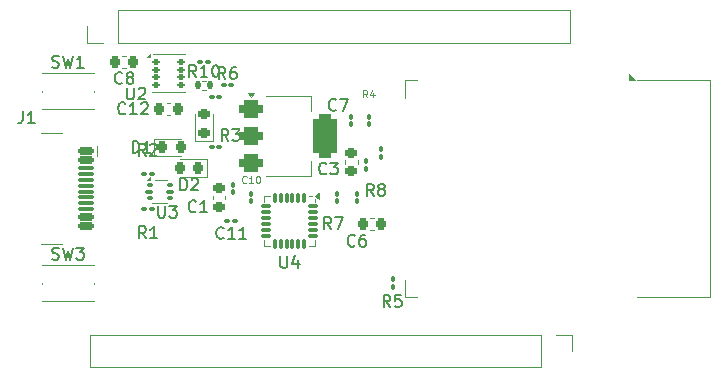
<source format=gto>
%TF.GenerationSoftware,KiCad,Pcbnew,9.0.2*%
%TF.CreationDate,2025-06-05T12:53:21-05:00*%
%TF.ProjectId,testing2,74657374-696e-4673-922e-6b696361645f,rev?*%
%TF.SameCoordinates,Original*%
%TF.FileFunction,Legend,Top*%
%TF.FilePolarity,Positive*%
%FSLAX46Y46*%
G04 Gerber Fmt 4.6, Leading zero omitted, Abs format (unit mm)*
G04 Created by KiCad (PCBNEW 9.0.2) date 2025-06-05 12:53:21*
%MOMM*%
%LPD*%
G01*
G04 APERTURE LIST*
G04 Aperture macros list*
%AMRoundRect*
0 Rectangle with rounded corners*
0 $1 Rounding radius*
0 $2 $3 $4 $5 $6 $7 $8 $9 X,Y pos of 4 corners*
0 Add a 4 corners polygon primitive as box body*
4,1,4,$2,$3,$4,$5,$6,$7,$8,$9,$2,$3,0*
0 Add four circle primitives for the rounded corners*
1,1,$1+$1,$2,$3*
1,1,$1+$1,$4,$5*
1,1,$1+$1,$6,$7*
1,1,$1+$1,$8,$9*
0 Add four rect primitives between the rounded corners*
20,1,$1+$1,$2,$3,$4,$5,0*
20,1,$1+$1,$4,$5,$6,$7,0*
20,1,$1+$1,$6,$7,$8,$9,0*
20,1,$1+$1,$8,$9,$2,$3,0*%
G04 Aperture macros list end*
%ADD10C,0.150000*%
%ADD11C,0.100000*%
%ADD12C,0.120000*%
%ADD13RoundRect,0.135000X-0.135000X-0.185000X0.135000X-0.185000X0.135000X0.185000X-0.135000X0.185000X0*%
%ADD14RoundRect,0.218750X0.256250X-0.218750X0.256250X0.218750X-0.256250X0.218750X-0.256250X-0.218750X0*%
%ADD15RoundRect,0.125000X-0.187500X-0.125000X0.187500X-0.125000X0.187500X0.125000X-0.187500X0.125000X0*%
%ADD16R,1.100000X1.900000*%
%ADD17R,1.700000X1.700000*%
%ADD18C,1.700000*%
%ADD19RoundRect,0.225000X0.225000X0.250000X-0.225000X0.250000X-0.225000X-0.250000X0.225000X-0.250000X0*%
%ADD20RoundRect,0.100000X-0.100000X0.130000X-0.100000X-0.130000X0.100000X-0.130000X0.100000X0.130000X0*%
%ADD21R,0.900000X1.000000*%
%ADD22RoundRect,0.225000X-0.250000X0.225000X-0.250000X-0.225000X0.250000X-0.225000X0.250000X0.225000X0*%
%ADD23RoundRect,0.100000X0.100000X-0.130000X0.100000X0.130000X-0.100000X0.130000X-0.100000X-0.130000X0*%
%ADD24RoundRect,0.100000X0.130000X0.100000X-0.130000X0.100000X-0.130000X-0.100000X0.130000X-0.100000X0*%
%ADD25R,0.900000X1.500000*%
%ADD26R,1.500000X0.900000*%
%ADD27C,0.600000*%
%ADD28R,3.900000X3.900000*%
%ADD29RoundRect,0.100000X-0.130000X-0.100000X0.130000X-0.100000X0.130000X0.100000X-0.130000X0.100000X0*%
%ADD30RoundRect,0.093750X-0.156250X-0.093750X0.156250X-0.093750X0.156250X0.093750X-0.156250X0.093750X0*%
%ADD31RoundRect,0.075000X-0.250000X-0.075000X0.250000X-0.075000X0.250000X0.075000X-0.250000X0.075000X0*%
%ADD32RoundRect,0.375000X-0.625000X-0.375000X0.625000X-0.375000X0.625000X0.375000X-0.625000X0.375000X0*%
%ADD33RoundRect,0.500000X-0.500000X-1.400000X0.500000X-1.400000X0.500000X1.400000X-0.500000X1.400000X0*%
%ADD34C,2.200000*%
%ADD35C,0.650000*%
%ADD36RoundRect,0.150000X-0.500000X0.150000X-0.500000X-0.150000X0.500000X-0.150000X0.500000X0.150000X0*%
%ADD37RoundRect,0.075000X-0.575000X0.075000X-0.575000X-0.075000X0.575000X-0.075000X0.575000X0.075000X0*%
%ADD38O,2.100000X1.000000*%
%ADD39O,1.600000X1.000000*%
%ADD40RoundRect,0.075000X-0.075000X0.350000X-0.075000X-0.350000X0.075000X-0.350000X0.075000X0.350000X0*%
%ADD41RoundRect,0.075000X-0.350000X-0.075000X0.350000X-0.075000X0.350000X0.075000X-0.350000X0.075000X0*%
%ADD42RoundRect,0.225000X-0.225000X-0.250000X0.225000X-0.250000X0.225000X0.250000X-0.225000X0.250000X0*%
%ADD43RoundRect,0.218750X0.218750X0.256250X-0.218750X0.256250X-0.218750X-0.256250X0.218750X-0.256250X0*%
%ADD44RoundRect,0.218750X-0.218750X-0.256250X0.218750X-0.256250X0.218750X0.256250X-0.218750X0.256250X0*%
G04 APERTURE END LIST*
D10*
X101607142Y-112784819D02*
X101273809Y-112308628D01*
X101035714Y-112784819D02*
X101035714Y-111784819D01*
X101035714Y-111784819D02*
X101416666Y-111784819D01*
X101416666Y-111784819D02*
X101511904Y-111832438D01*
X101511904Y-111832438D02*
X101559523Y-111880057D01*
X101559523Y-111880057D02*
X101607142Y-111975295D01*
X101607142Y-111975295D02*
X101607142Y-112118152D01*
X101607142Y-112118152D02*
X101559523Y-112213390D01*
X101559523Y-112213390D02*
X101511904Y-112261009D01*
X101511904Y-112261009D02*
X101416666Y-112308628D01*
X101416666Y-112308628D02*
X101035714Y-112308628D01*
X102559523Y-112784819D02*
X101988095Y-112784819D01*
X102273809Y-112784819D02*
X102273809Y-111784819D01*
X102273809Y-111784819D02*
X102178571Y-111927676D01*
X102178571Y-111927676D02*
X102083333Y-112022914D01*
X102083333Y-112022914D02*
X101988095Y-112070533D01*
X103178571Y-111784819D02*
X103273809Y-111784819D01*
X103273809Y-111784819D02*
X103369047Y-111832438D01*
X103369047Y-111832438D02*
X103416666Y-111880057D01*
X103416666Y-111880057D02*
X103464285Y-111975295D01*
X103464285Y-111975295D02*
X103511904Y-112165771D01*
X103511904Y-112165771D02*
X103511904Y-112403866D01*
X103511904Y-112403866D02*
X103464285Y-112594342D01*
X103464285Y-112594342D02*
X103416666Y-112689580D01*
X103416666Y-112689580D02*
X103369047Y-112737200D01*
X103369047Y-112737200D02*
X103273809Y-112784819D01*
X103273809Y-112784819D02*
X103178571Y-112784819D01*
X103178571Y-112784819D02*
X103083333Y-112737200D01*
X103083333Y-112737200D02*
X103035714Y-112689580D01*
X103035714Y-112689580D02*
X102988095Y-112594342D01*
X102988095Y-112594342D02*
X102940476Y-112403866D01*
X102940476Y-112403866D02*
X102940476Y-112165771D01*
X102940476Y-112165771D02*
X102988095Y-111975295D01*
X102988095Y-111975295D02*
X103035714Y-111880057D01*
X103035714Y-111880057D02*
X103083333Y-111832438D01*
X103083333Y-111832438D02*
X103178571Y-111784819D01*
X95738095Y-113704819D02*
X95738095Y-114514342D01*
X95738095Y-114514342D02*
X95785714Y-114609580D01*
X95785714Y-114609580D02*
X95833333Y-114657200D01*
X95833333Y-114657200D02*
X95928571Y-114704819D01*
X95928571Y-114704819D02*
X96119047Y-114704819D01*
X96119047Y-114704819D02*
X96214285Y-114657200D01*
X96214285Y-114657200D02*
X96261904Y-114609580D01*
X96261904Y-114609580D02*
X96309523Y-114514342D01*
X96309523Y-114514342D02*
X96309523Y-113704819D01*
X96738095Y-113800057D02*
X96785714Y-113752438D01*
X96785714Y-113752438D02*
X96880952Y-113704819D01*
X96880952Y-113704819D02*
X97119047Y-113704819D01*
X97119047Y-113704819D02*
X97214285Y-113752438D01*
X97214285Y-113752438D02*
X97261904Y-113800057D01*
X97261904Y-113800057D02*
X97309523Y-113895295D01*
X97309523Y-113895295D02*
X97309523Y-113990533D01*
X97309523Y-113990533D02*
X97261904Y-114133390D01*
X97261904Y-114133390D02*
X96690476Y-114704819D01*
X96690476Y-114704819D02*
X97309523Y-114704819D01*
X95607142Y-115859580D02*
X95559523Y-115907200D01*
X95559523Y-115907200D02*
X95416666Y-115954819D01*
X95416666Y-115954819D02*
X95321428Y-115954819D01*
X95321428Y-115954819D02*
X95178571Y-115907200D01*
X95178571Y-115907200D02*
X95083333Y-115811961D01*
X95083333Y-115811961D02*
X95035714Y-115716723D01*
X95035714Y-115716723D02*
X94988095Y-115526247D01*
X94988095Y-115526247D02*
X94988095Y-115383390D01*
X94988095Y-115383390D02*
X95035714Y-115192914D01*
X95035714Y-115192914D02*
X95083333Y-115097676D01*
X95083333Y-115097676D02*
X95178571Y-115002438D01*
X95178571Y-115002438D02*
X95321428Y-114954819D01*
X95321428Y-114954819D02*
X95416666Y-114954819D01*
X95416666Y-114954819D02*
X95559523Y-115002438D01*
X95559523Y-115002438D02*
X95607142Y-115050057D01*
X96559523Y-115954819D02*
X95988095Y-115954819D01*
X96273809Y-115954819D02*
X96273809Y-114954819D01*
X96273809Y-114954819D02*
X96178571Y-115097676D01*
X96178571Y-115097676D02*
X96083333Y-115192914D01*
X96083333Y-115192914D02*
X95988095Y-115240533D01*
X96940476Y-115050057D02*
X96988095Y-115002438D01*
X96988095Y-115002438D02*
X97083333Y-114954819D01*
X97083333Y-114954819D02*
X97321428Y-114954819D01*
X97321428Y-114954819D02*
X97416666Y-115002438D01*
X97416666Y-115002438D02*
X97464285Y-115050057D01*
X97464285Y-115050057D02*
X97511904Y-115145295D01*
X97511904Y-115145295D02*
X97511904Y-115240533D01*
X97511904Y-115240533D02*
X97464285Y-115383390D01*
X97464285Y-115383390D02*
X96892857Y-115954819D01*
X96892857Y-115954819D02*
X97511904Y-115954819D01*
X89416667Y-111957200D02*
X89559524Y-112004819D01*
X89559524Y-112004819D02*
X89797619Y-112004819D01*
X89797619Y-112004819D02*
X89892857Y-111957200D01*
X89892857Y-111957200D02*
X89940476Y-111909580D01*
X89940476Y-111909580D02*
X89988095Y-111814342D01*
X89988095Y-111814342D02*
X89988095Y-111719104D01*
X89988095Y-111719104D02*
X89940476Y-111623866D01*
X89940476Y-111623866D02*
X89892857Y-111576247D01*
X89892857Y-111576247D02*
X89797619Y-111528628D01*
X89797619Y-111528628D02*
X89607143Y-111481009D01*
X89607143Y-111481009D02*
X89511905Y-111433390D01*
X89511905Y-111433390D02*
X89464286Y-111385771D01*
X89464286Y-111385771D02*
X89416667Y-111290533D01*
X89416667Y-111290533D02*
X89416667Y-111195295D01*
X89416667Y-111195295D02*
X89464286Y-111100057D01*
X89464286Y-111100057D02*
X89511905Y-111052438D01*
X89511905Y-111052438D02*
X89607143Y-111004819D01*
X89607143Y-111004819D02*
X89845238Y-111004819D01*
X89845238Y-111004819D02*
X89988095Y-111052438D01*
X90321429Y-111004819D02*
X90559524Y-112004819D01*
X90559524Y-112004819D02*
X90750000Y-111290533D01*
X90750000Y-111290533D02*
X90940476Y-112004819D01*
X90940476Y-112004819D02*
X91178572Y-111004819D01*
X92083333Y-112004819D02*
X91511905Y-112004819D01*
X91797619Y-112004819D02*
X91797619Y-111004819D01*
X91797619Y-111004819D02*
X91702381Y-111147676D01*
X91702381Y-111147676D02*
X91607143Y-111242914D01*
X91607143Y-111242914D02*
X91511905Y-111290533D01*
X101583333Y-124159580D02*
X101535714Y-124207200D01*
X101535714Y-124207200D02*
X101392857Y-124254819D01*
X101392857Y-124254819D02*
X101297619Y-124254819D01*
X101297619Y-124254819D02*
X101154762Y-124207200D01*
X101154762Y-124207200D02*
X101059524Y-124111961D01*
X101059524Y-124111961D02*
X101011905Y-124016723D01*
X101011905Y-124016723D02*
X100964286Y-123826247D01*
X100964286Y-123826247D02*
X100964286Y-123683390D01*
X100964286Y-123683390D02*
X101011905Y-123492914D01*
X101011905Y-123492914D02*
X101059524Y-123397676D01*
X101059524Y-123397676D02*
X101154762Y-123302438D01*
X101154762Y-123302438D02*
X101297619Y-123254819D01*
X101297619Y-123254819D02*
X101392857Y-123254819D01*
X101392857Y-123254819D02*
X101535714Y-123302438D01*
X101535714Y-123302438D02*
X101583333Y-123350057D01*
X102535714Y-124254819D02*
X101964286Y-124254819D01*
X102250000Y-124254819D02*
X102250000Y-123254819D01*
X102250000Y-123254819D02*
X102154762Y-123397676D01*
X102154762Y-123397676D02*
X102059524Y-123492914D01*
X102059524Y-123492914D02*
X101964286Y-123540533D01*
X95333333Y-113289580D02*
X95285714Y-113337200D01*
X95285714Y-113337200D02*
X95142857Y-113384819D01*
X95142857Y-113384819D02*
X95047619Y-113384819D01*
X95047619Y-113384819D02*
X94904762Y-113337200D01*
X94904762Y-113337200D02*
X94809524Y-113241961D01*
X94809524Y-113241961D02*
X94761905Y-113146723D01*
X94761905Y-113146723D02*
X94714286Y-112956247D01*
X94714286Y-112956247D02*
X94714286Y-112813390D01*
X94714286Y-112813390D02*
X94761905Y-112622914D01*
X94761905Y-112622914D02*
X94809524Y-112527676D01*
X94809524Y-112527676D02*
X94904762Y-112432438D01*
X94904762Y-112432438D02*
X95047619Y-112384819D01*
X95047619Y-112384819D02*
X95142857Y-112384819D01*
X95142857Y-112384819D02*
X95285714Y-112432438D01*
X95285714Y-112432438D02*
X95333333Y-112480057D01*
X95904762Y-112813390D02*
X95809524Y-112765771D01*
X95809524Y-112765771D02*
X95761905Y-112718152D01*
X95761905Y-112718152D02*
X95714286Y-112622914D01*
X95714286Y-112622914D02*
X95714286Y-112575295D01*
X95714286Y-112575295D02*
X95761905Y-112480057D01*
X95761905Y-112480057D02*
X95809524Y-112432438D01*
X95809524Y-112432438D02*
X95904762Y-112384819D01*
X95904762Y-112384819D02*
X96095238Y-112384819D01*
X96095238Y-112384819D02*
X96190476Y-112432438D01*
X96190476Y-112432438D02*
X96238095Y-112480057D01*
X96238095Y-112480057D02*
X96285714Y-112575295D01*
X96285714Y-112575295D02*
X96285714Y-112622914D01*
X96285714Y-112622914D02*
X96238095Y-112718152D01*
X96238095Y-112718152D02*
X96190476Y-112765771D01*
X96190476Y-112765771D02*
X96095238Y-112813390D01*
X96095238Y-112813390D02*
X95904762Y-112813390D01*
X95904762Y-112813390D02*
X95809524Y-112861009D01*
X95809524Y-112861009D02*
X95761905Y-112908628D01*
X95761905Y-112908628D02*
X95714286Y-113003866D01*
X95714286Y-113003866D02*
X95714286Y-113194342D01*
X95714286Y-113194342D02*
X95761905Y-113289580D01*
X95761905Y-113289580D02*
X95809524Y-113337200D01*
X95809524Y-113337200D02*
X95904762Y-113384819D01*
X95904762Y-113384819D02*
X96095238Y-113384819D01*
X96095238Y-113384819D02*
X96190476Y-113337200D01*
X96190476Y-113337200D02*
X96238095Y-113289580D01*
X96238095Y-113289580D02*
X96285714Y-113194342D01*
X96285714Y-113194342D02*
X96285714Y-113003866D01*
X96285714Y-113003866D02*
X96238095Y-112908628D01*
X96238095Y-112908628D02*
X96190476Y-112861009D01*
X96190476Y-112861009D02*
X96095238Y-112813390D01*
D11*
X116100000Y-114522371D02*
X115900000Y-114236657D01*
X115757143Y-114522371D02*
X115757143Y-113922371D01*
X115757143Y-113922371D02*
X115985714Y-113922371D01*
X115985714Y-113922371D02*
X116042857Y-113950942D01*
X116042857Y-113950942D02*
X116071428Y-113979514D01*
X116071428Y-113979514D02*
X116100000Y-114036657D01*
X116100000Y-114036657D02*
X116100000Y-114122371D01*
X116100000Y-114122371D02*
X116071428Y-114179514D01*
X116071428Y-114179514D02*
X116042857Y-114208085D01*
X116042857Y-114208085D02*
X115985714Y-114236657D01*
X115985714Y-114236657D02*
X115757143Y-114236657D01*
X116614286Y-114122371D02*
X116614286Y-114522371D01*
X116471428Y-113893800D02*
X116328571Y-114322371D01*
X116328571Y-114322371D02*
X116700000Y-114322371D01*
D10*
X104333333Y-118204819D02*
X104000000Y-117728628D01*
X103761905Y-118204819D02*
X103761905Y-117204819D01*
X103761905Y-117204819D02*
X104142857Y-117204819D01*
X104142857Y-117204819D02*
X104238095Y-117252438D01*
X104238095Y-117252438D02*
X104285714Y-117300057D01*
X104285714Y-117300057D02*
X104333333Y-117395295D01*
X104333333Y-117395295D02*
X104333333Y-117538152D01*
X104333333Y-117538152D02*
X104285714Y-117633390D01*
X104285714Y-117633390D02*
X104238095Y-117681009D01*
X104238095Y-117681009D02*
X104142857Y-117728628D01*
X104142857Y-117728628D02*
X103761905Y-117728628D01*
X104666667Y-117204819D02*
X105285714Y-117204819D01*
X105285714Y-117204819D02*
X104952381Y-117585771D01*
X104952381Y-117585771D02*
X105095238Y-117585771D01*
X105095238Y-117585771D02*
X105190476Y-117633390D01*
X105190476Y-117633390D02*
X105238095Y-117681009D01*
X105238095Y-117681009D02*
X105285714Y-117776247D01*
X105285714Y-117776247D02*
X105285714Y-118014342D01*
X105285714Y-118014342D02*
X105238095Y-118109580D01*
X105238095Y-118109580D02*
X105190476Y-118157200D01*
X105190476Y-118157200D02*
X105095238Y-118204819D01*
X105095238Y-118204819D02*
X104809524Y-118204819D01*
X104809524Y-118204819D02*
X104714286Y-118157200D01*
X104714286Y-118157200D02*
X104666667Y-118109580D01*
D11*
X105864285Y-121715228D02*
X105835713Y-121743800D01*
X105835713Y-121743800D02*
X105749999Y-121772371D01*
X105749999Y-121772371D02*
X105692856Y-121772371D01*
X105692856Y-121772371D02*
X105607142Y-121743800D01*
X105607142Y-121743800D02*
X105549999Y-121686657D01*
X105549999Y-121686657D02*
X105521428Y-121629514D01*
X105521428Y-121629514D02*
X105492856Y-121515228D01*
X105492856Y-121515228D02*
X105492856Y-121429514D01*
X105492856Y-121429514D02*
X105521428Y-121315228D01*
X105521428Y-121315228D02*
X105549999Y-121258085D01*
X105549999Y-121258085D02*
X105607142Y-121200942D01*
X105607142Y-121200942D02*
X105692856Y-121172371D01*
X105692856Y-121172371D02*
X105749999Y-121172371D01*
X105749999Y-121172371D02*
X105835713Y-121200942D01*
X105835713Y-121200942D02*
X105864285Y-121229514D01*
X106435713Y-121772371D02*
X106092856Y-121772371D01*
X106264285Y-121772371D02*
X106264285Y-121172371D01*
X106264285Y-121172371D02*
X106207142Y-121258085D01*
X106207142Y-121258085D02*
X106149999Y-121315228D01*
X106149999Y-121315228D02*
X106092856Y-121343800D01*
X106807142Y-121172371D02*
X106864285Y-121172371D01*
X106864285Y-121172371D02*
X106921428Y-121200942D01*
X106921428Y-121200942D02*
X106950000Y-121229514D01*
X106950000Y-121229514D02*
X106978571Y-121286657D01*
X106978571Y-121286657D02*
X107007142Y-121400942D01*
X107007142Y-121400942D02*
X107007142Y-121543800D01*
X107007142Y-121543800D02*
X106978571Y-121658085D01*
X106978571Y-121658085D02*
X106950000Y-121715228D01*
X106950000Y-121715228D02*
X106921428Y-121743800D01*
X106921428Y-121743800D02*
X106864285Y-121772371D01*
X106864285Y-121772371D02*
X106807142Y-121772371D01*
X106807142Y-121772371D02*
X106750000Y-121743800D01*
X106750000Y-121743800D02*
X106721428Y-121715228D01*
X106721428Y-121715228D02*
X106692857Y-121658085D01*
X106692857Y-121658085D02*
X106664285Y-121543800D01*
X106664285Y-121543800D02*
X106664285Y-121400942D01*
X106664285Y-121400942D02*
X106692857Y-121286657D01*
X106692857Y-121286657D02*
X106721428Y-121229514D01*
X106721428Y-121229514D02*
X106750000Y-121200942D01*
X106750000Y-121200942D02*
X106807142Y-121172371D01*
D10*
X113033333Y-125654819D02*
X112700000Y-125178628D01*
X112461905Y-125654819D02*
X112461905Y-124654819D01*
X112461905Y-124654819D02*
X112842857Y-124654819D01*
X112842857Y-124654819D02*
X112938095Y-124702438D01*
X112938095Y-124702438D02*
X112985714Y-124750057D01*
X112985714Y-124750057D02*
X113033333Y-124845295D01*
X113033333Y-124845295D02*
X113033333Y-124988152D01*
X113033333Y-124988152D02*
X112985714Y-125083390D01*
X112985714Y-125083390D02*
X112938095Y-125131009D01*
X112938095Y-125131009D02*
X112842857Y-125178628D01*
X112842857Y-125178628D02*
X112461905Y-125178628D01*
X113366667Y-124654819D02*
X114033333Y-124654819D01*
X114033333Y-124654819D02*
X113604762Y-125654819D01*
X104083333Y-112954819D02*
X103750000Y-112478628D01*
X103511905Y-112954819D02*
X103511905Y-111954819D01*
X103511905Y-111954819D02*
X103892857Y-111954819D01*
X103892857Y-111954819D02*
X103988095Y-112002438D01*
X103988095Y-112002438D02*
X104035714Y-112050057D01*
X104035714Y-112050057D02*
X104083333Y-112145295D01*
X104083333Y-112145295D02*
X104083333Y-112288152D01*
X104083333Y-112288152D02*
X104035714Y-112383390D01*
X104035714Y-112383390D02*
X103988095Y-112431009D01*
X103988095Y-112431009D02*
X103892857Y-112478628D01*
X103892857Y-112478628D02*
X103511905Y-112478628D01*
X104940476Y-111954819D02*
X104750000Y-111954819D01*
X104750000Y-111954819D02*
X104654762Y-112002438D01*
X104654762Y-112002438D02*
X104607143Y-112050057D01*
X104607143Y-112050057D02*
X104511905Y-112192914D01*
X104511905Y-112192914D02*
X104464286Y-112383390D01*
X104464286Y-112383390D02*
X104464286Y-112764342D01*
X104464286Y-112764342D02*
X104511905Y-112859580D01*
X104511905Y-112859580D02*
X104559524Y-112907200D01*
X104559524Y-112907200D02*
X104654762Y-112954819D01*
X104654762Y-112954819D02*
X104845238Y-112954819D01*
X104845238Y-112954819D02*
X104940476Y-112907200D01*
X104940476Y-112907200D02*
X104988095Y-112859580D01*
X104988095Y-112859580D02*
X105035714Y-112764342D01*
X105035714Y-112764342D02*
X105035714Y-112526247D01*
X105035714Y-112526247D02*
X104988095Y-112431009D01*
X104988095Y-112431009D02*
X104940476Y-112383390D01*
X104940476Y-112383390D02*
X104845238Y-112335771D01*
X104845238Y-112335771D02*
X104654762Y-112335771D01*
X104654762Y-112335771D02*
X104559524Y-112383390D01*
X104559524Y-112383390D02*
X104511905Y-112431009D01*
X104511905Y-112431009D02*
X104464286Y-112526247D01*
X97333333Y-126454819D02*
X97000000Y-125978628D01*
X96761905Y-126454819D02*
X96761905Y-125454819D01*
X96761905Y-125454819D02*
X97142857Y-125454819D01*
X97142857Y-125454819D02*
X97238095Y-125502438D01*
X97238095Y-125502438D02*
X97285714Y-125550057D01*
X97285714Y-125550057D02*
X97333333Y-125645295D01*
X97333333Y-125645295D02*
X97333333Y-125788152D01*
X97333333Y-125788152D02*
X97285714Y-125883390D01*
X97285714Y-125883390D02*
X97238095Y-125931009D01*
X97238095Y-125931009D02*
X97142857Y-125978628D01*
X97142857Y-125978628D02*
X96761905Y-125978628D01*
X98285714Y-126454819D02*
X97714286Y-126454819D01*
X98000000Y-126454819D02*
X98000000Y-125454819D01*
X98000000Y-125454819D02*
X97904762Y-125597676D01*
X97904762Y-125597676D02*
X97809524Y-125692914D01*
X97809524Y-125692914D02*
X97714286Y-125740533D01*
X98388095Y-123704819D02*
X98388095Y-124514342D01*
X98388095Y-124514342D02*
X98435714Y-124609580D01*
X98435714Y-124609580D02*
X98483333Y-124657200D01*
X98483333Y-124657200D02*
X98578571Y-124704819D01*
X98578571Y-124704819D02*
X98769047Y-124704819D01*
X98769047Y-124704819D02*
X98864285Y-124657200D01*
X98864285Y-124657200D02*
X98911904Y-124609580D01*
X98911904Y-124609580D02*
X98959523Y-124514342D01*
X98959523Y-124514342D02*
X98959523Y-123704819D01*
X99340476Y-123704819D02*
X99959523Y-123704819D01*
X99959523Y-123704819D02*
X99626190Y-124085771D01*
X99626190Y-124085771D02*
X99769047Y-124085771D01*
X99769047Y-124085771D02*
X99864285Y-124133390D01*
X99864285Y-124133390D02*
X99911904Y-124181009D01*
X99911904Y-124181009D02*
X99959523Y-124276247D01*
X99959523Y-124276247D02*
X99959523Y-124514342D01*
X99959523Y-124514342D02*
X99911904Y-124609580D01*
X99911904Y-124609580D02*
X99864285Y-124657200D01*
X99864285Y-124657200D02*
X99769047Y-124704819D01*
X99769047Y-124704819D02*
X99483333Y-124704819D01*
X99483333Y-124704819D02*
X99388095Y-124657200D01*
X99388095Y-124657200D02*
X99340476Y-124609580D01*
X97333333Y-119454819D02*
X97000000Y-118978628D01*
X96761905Y-119454819D02*
X96761905Y-118454819D01*
X96761905Y-118454819D02*
X97142857Y-118454819D01*
X97142857Y-118454819D02*
X97238095Y-118502438D01*
X97238095Y-118502438D02*
X97285714Y-118550057D01*
X97285714Y-118550057D02*
X97333333Y-118645295D01*
X97333333Y-118645295D02*
X97333333Y-118788152D01*
X97333333Y-118788152D02*
X97285714Y-118883390D01*
X97285714Y-118883390D02*
X97238095Y-118931009D01*
X97238095Y-118931009D02*
X97142857Y-118978628D01*
X97142857Y-118978628D02*
X96761905Y-118978628D01*
X97714286Y-118550057D02*
X97761905Y-118502438D01*
X97761905Y-118502438D02*
X97857143Y-118454819D01*
X97857143Y-118454819D02*
X98095238Y-118454819D01*
X98095238Y-118454819D02*
X98190476Y-118502438D01*
X98190476Y-118502438D02*
X98238095Y-118550057D01*
X98238095Y-118550057D02*
X98285714Y-118645295D01*
X98285714Y-118645295D02*
X98285714Y-118740533D01*
X98285714Y-118740533D02*
X98238095Y-118883390D01*
X98238095Y-118883390D02*
X97666667Y-119454819D01*
X97666667Y-119454819D02*
X98285714Y-119454819D01*
X86916666Y-115704819D02*
X86916666Y-116419104D01*
X86916666Y-116419104D02*
X86869047Y-116561961D01*
X86869047Y-116561961D02*
X86773809Y-116657200D01*
X86773809Y-116657200D02*
X86630952Y-116704819D01*
X86630952Y-116704819D02*
X86535714Y-116704819D01*
X87916666Y-116704819D02*
X87345238Y-116704819D01*
X87630952Y-116704819D02*
X87630952Y-115704819D01*
X87630952Y-115704819D02*
X87535714Y-115847676D01*
X87535714Y-115847676D02*
X87440476Y-115942914D01*
X87440476Y-115942914D02*
X87345238Y-115990533D01*
X108738095Y-127954819D02*
X108738095Y-128764342D01*
X108738095Y-128764342D02*
X108785714Y-128859580D01*
X108785714Y-128859580D02*
X108833333Y-128907200D01*
X108833333Y-128907200D02*
X108928571Y-128954819D01*
X108928571Y-128954819D02*
X109119047Y-128954819D01*
X109119047Y-128954819D02*
X109214285Y-128907200D01*
X109214285Y-128907200D02*
X109261904Y-128859580D01*
X109261904Y-128859580D02*
X109309523Y-128764342D01*
X109309523Y-128764342D02*
X109309523Y-127954819D01*
X110214285Y-128288152D02*
X110214285Y-128954819D01*
X109976190Y-127907200D02*
X109738095Y-128621485D01*
X109738095Y-128621485D02*
X110357142Y-128621485D01*
X89416667Y-128207200D02*
X89559524Y-128254819D01*
X89559524Y-128254819D02*
X89797619Y-128254819D01*
X89797619Y-128254819D02*
X89892857Y-128207200D01*
X89892857Y-128207200D02*
X89940476Y-128159580D01*
X89940476Y-128159580D02*
X89988095Y-128064342D01*
X89988095Y-128064342D02*
X89988095Y-127969104D01*
X89988095Y-127969104D02*
X89940476Y-127873866D01*
X89940476Y-127873866D02*
X89892857Y-127826247D01*
X89892857Y-127826247D02*
X89797619Y-127778628D01*
X89797619Y-127778628D02*
X89607143Y-127731009D01*
X89607143Y-127731009D02*
X89511905Y-127683390D01*
X89511905Y-127683390D02*
X89464286Y-127635771D01*
X89464286Y-127635771D02*
X89416667Y-127540533D01*
X89416667Y-127540533D02*
X89416667Y-127445295D01*
X89416667Y-127445295D02*
X89464286Y-127350057D01*
X89464286Y-127350057D02*
X89511905Y-127302438D01*
X89511905Y-127302438D02*
X89607143Y-127254819D01*
X89607143Y-127254819D02*
X89845238Y-127254819D01*
X89845238Y-127254819D02*
X89988095Y-127302438D01*
X90321429Y-127254819D02*
X90559524Y-128254819D01*
X90559524Y-128254819D02*
X90750000Y-127540533D01*
X90750000Y-127540533D02*
X90940476Y-128254819D01*
X90940476Y-128254819D02*
X91178572Y-127254819D01*
X91464286Y-127254819D02*
X92083333Y-127254819D01*
X92083333Y-127254819D02*
X91750000Y-127635771D01*
X91750000Y-127635771D02*
X91892857Y-127635771D01*
X91892857Y-127635771D02*
X91988095Y-127683390D01*
X91988095Y-127683390D02*
X92035714Y-127731009D01*
X92035714Y-127731009D02*
X92083333Y-127826247D01*
X92083333Y-127826247D02*
X92083333Y-128064342D01*
X92083333Y-128064342D02*
X92035714Y-128159580D01*
X92035714Y-128159580D02*
X91988095Y-128207200D01*
X91988095Y-128207200D02*
X91892857Y-128254819D01*
X91892857Y-128254819D02*
X91607143Y-128254819D01*
X91607143Y-128254819D02*
X91511905Y-128207200D01*
X91511905Y-128207200D02*
X91464286Y-128159580D01*
X112633333Y-120959580D02*
X112585714Y-121007200D01*
X112585714Y-121007200D02*
X112442857Y-121054819D01*
X112442857Y-121054819D02*
X112347619Y-121054819D01*
X112347619Y-121054819D02*
X112204762Y-121007200D01*
X112204762Y-121007200D02*
X112109524Y-120911961D01*
X112109524Y-120911961D02*
X112061905Y-120816723D01*
X112061905Y-120816723D02*
X112014286Y-120626247D01*
X112014286Y-120626247D02*
X112014286Y-120483390D01*
X112014286Y-120483390D02*
X112061905Y-120292914D01*
X112061905Y-120292914D02*
X112109524Y-120197676D01*
X112109524Y-120197676D02*
X112204762Y-120102438D01*
X112204762Y-120102438D02*
X112347619Y-120054819D01*
X112347619Y-120054819D02*
X112442857Y-120054819D01*
X112442857Y-120054819D02*
X112585714Y-120102438D01*
X112585714Y-120102438D02*
X112633333Y-120150057D01*
X112966667Y-120054819D02*
X113585714Y-120054819D01*
X113585714Y-120054819D02*
X113252381Y-120435771D01*
X113252381Y-120435771D02*
X113395238Y-120435771D01*
X113395238Y-120435771D02*
X113490476Y-120483390D01*
X113490476Y-120483390D02*
X113538095Y-120531009D01*
X113538095Y-120531009D02*
X113585714Y-120626247D01*
X113585714Y-120626247D02*
X113585714Y-120864342D01*
X113585714Y-120864342D02*
X113538095Y-120959580D01*
X113538095Y-120959580D02*
X113490476Y-121007200D01*
X113490476Y-121007200D02*
X113395238Y-121054819D01*
X113395238Y-121054819D02*
X113109524Y-121054819D01*
X113109524Y-121054819D02*
X113014286Y-121007200D01*
X113014286Y-121007200D02*
X112966667Y-120959580D01*
X115033333Y-127059580D02*
X114985714Y-127107200D01*
X114985714Y-127107200D02*
X114842857Y-127154819D01*
X114842857Y-127154819D02*
X114747619Y-127154819D01*
X114747619Y-127154819D02*
X114604762Y-127107200D01*
X114604762Y-127107200D02*
X114509524Y-127011961D01*
X114509524Y-127011961D02*
X114461905Y-126916723D01*
X114461905Y-126916723D02*
X114414286Y-126726247D01*
X114414286Y-126726247D02*
X114414286Y-126583390D01*
X114414286Y-126583390D02*
X114461905Y-126392914D01*
X114461905Y-126392914D02*
X114509524Y-126297676D01*
X114509524Y-126297676D02*
X114604762Y-126202438D01*
X114604762Y-126202438D02*
X114747619Y-126154819D01*
X114747619Y-126154819D02*
X114842857Y-126154819D01*
X114842857Y-126154819D02*
X114985714Y-126202438D01*
X114985714Y-126202438D02*
X115033333Y-126250057D01*
X115890476Y-126154819D02*
X115700000Y-126154819D01*
X115700000Y-126154819D02*
X115604762Y-126202438D01*
X115604762Y-126202438D02*
X115557143Y-126250057D01*
X115557143Y-126250057D02*
X115461905Y-126392914D01*
X115461905Y-126392914D02*
X115414286Y-126583390D01*
X115414286Y-126583390D02*
X115414286Y-126964342D01*
X115414286Y-126964342D02*
X115461905Y-127059580D01*
X115461905Y-127059580D02*
X115509524Y-127107200D01*
X115509524Y-127107200D02*
X115604762Y-127154819D01*
X115604762Y-127154819D02*
X115795238Y-127154819D01*
X115795238Y-127154819D02*
X115890476Y-127107200D01*
X115890476Y-127107200D02*
X115938095Y-127059580D01*
X115938095Y-127059580D02*
X115985714Y-126964342D01*
X115985714Y-126964342D02*
X115985714Y-126726247D01*
X115985714Y-126726247D02*
X115938095Y-126631009D01*
X115938095Y-126631009D02*
X115890476Y-126583390D01*
X115890476Y-126583390D02*
X115795238Y-126535771D01*
X115795238Y-126535771D02*
X115604762Y-126535771D01*
X115604762Y-126535771D02*
X115509524Y-126583390D01*
X115509524Y-126583390D02*
X115461905Y-126631009D01*
X115461905Y-126631009D02*
X115414286Y-126726247D01*
X118033333Y-132254819D02*
X117700000Y-131778628D01*
X117461905Y-132254819D02*
X117461905Y-131254819D01*
X117461905Y-131254819D02*
X117842857Y-131254819D01*
X117842857Y-131254819D02*
X117938095Y-131302438D01*
X117938095Y-131302438D02*
X117985714Y-131350057D01*
X117985714Y-131350057D02*
X118033333Y-131445295D01*
X118033333Y-131445295D02*
X118033333Y-131588152D01*
X118033333Y-131588152D02*
X117985714Y-131683390D01*
X117985714Y-131683390D02*
X117938095Y-131731009D01*
X117938095Y-131731009D02*
X117842857Y-131778628D01*
X117842857Y-131778628D02*
X117461905Y-131778628D01*
X118938095Y-131254819D02*
X118461905Y-131254819D01*
X118461905Y-131254819D02*
X118414286Y-131731009D01*
X118414286Y-131731009D02*
X118461905Y-131683390D01*
X118461905Y-131683390D02*
X118557143Y-131635771D01*
X118557143Y-131635771D02*
X118795238Y-131635771D01*
X118795238Y-131635771D02*
X118890476Y-131683390D01*
X118890476Y-131683390D02*
X118938095Y-131731009D01*
X118938095Y-131731009D02*
X118985714Y-131826247D01*
X118985714Y-131826247D02*
X118985714Y-132064342D01*
X118985714Y-132064342D02*
X118938095Y-132159580D01*
X118938095Y-132159580D02*
X118890476Y-132207200D01*
X118890476Y-132207200D02*
X118795238Y-132254819D01*
X118795238Y-132254819D02*
X118557143Y-132254819D01*
X118557143Y-132254819D02*
X118461905Y-132207200D01*
X118461905Y-132207200D02*
X118414286Y-132159580D01*
X100261905Y-122384819D02*
X100261905Y-121384819D01*
X100261905Y-121384819D02*
X100500000Y-121384819D01*
X100500000Y-121384819D02*
X100642857Y-121432438D01*
X100642857Y-121432438D02*
X100738095Y-121527676D01*
X100738095Y-121527676D02*
X100785714Y-121622914D01*
X100785714Y-121622914D02*
X100833333Y-121813390D01*
X100833333Y-121813390D02*
X100833333Y-121956247D01*
X100833333Y-121956247D02*
X100785714Y-122146723D01*
X100785714Y-122146723D02*
X100738095Y-122241961D01*
X100738095Y-122241961D02*
X100642857Y-122337200D01*
X100642857Y-122337200D02*
X100500000Y-122384819D01*
X100500000Y-122384819D02*
X100261905Y-122384819D01*
X101214286Y-121480057D02*
X101261905Y-121432438D01*
X101261905Y-121432438D02*
X101357143Y-121384819D01*
X101357143Y-121384819D02*
X101595238Y-121384819D01*
X101595238Y-121384819D02*
X101690476Y-121432438D01*
X101690476Y-121432438D02*
X101738095Y-121480057D01*
X101738095Y-121480057D02*
X101785714Y-121575295D01*
X101785714Y-121575295D02*
X101785714Y-121670533D01*
X101785714Y-121670533D02*
X101738095Y-121813390D01*
X101738095Y-121813390D02*
X101166667Y-122384819D01*
X101166667Y-122384819D02*
X101785714Y-122384819D01*
X103927142Y-126409580D02*
X103879523Y-126457200D01*
X103879523Y-126457200D02*
X103736666Y-126504819D01*
X103736666Y-126504819D02*
X103641428Y-126504819D01*
X103641428Y-126504819D02*
X103498571Y-126457200D01*
X103498571Y-126457200D02*
X103403333Y-126361961D01*
X103403333Y-126361961D02*
X103355714Y-126266723D01*
X103355714Y-126266723D02*
X103308095Y-126076247D01*
X103308095Y-126076247D02*
X103308095Y-125933390D01*
X103308095Y-125933390D02*
X103355714Y-125742914D01*
X103355714Y-125742914D02*
X103403333Y-125647676D01*
X103403333Y-125647676D02*
X103498571Y-125552438D01*
X103498571Y-125552438D02*
X103641428Y-125504819D01*
X103641428Y-125504819D02*
X103736666Y-125504819D01*
X103736666Y-125504819D02*
X103879523Y-125552438D01*
X103879523Y-125552438D02*
X103927142Y-125600057D01*
X104879523Y-126504819D02*
X104308095Y-126504819D01*
X104593809Y-126504819D02*
X104593809Y-125504819D01*
X104593809Y-125504819D02*
X104498571Y-125647676D01*
X104498571Y-125647676D02*
X104403333Y-125742914D01*
X104403333Y-125742914D02*
X104308095Y-125790533D01*
X105831904Y-126504819D02*
X105260476Y-126504819D01*
X105546190Y-126504819D02*
X105546190Y-125504819D01*
X105546190Y-125504819D02*
X105450952Y-125647676D01*
X105450952Y-125647676D02*
X105355714Y-125742914D01*
X105355714Y-125742914D02*
X105260476Y-125790533D01*
X96224405Y-119204819D02*
X96224405Y-118204819D01*
X96224405Y-118204819D02*
X96462500Y-118204819D01*
X96462500Y-118204819D02*
X96605357Y-118252438D01*
X96605357Y-118252438D02*
X96700595Y-118347676D01*
X96700595Y-118347676D02*
X96748214Y-118442914D01*
X96748214Y-118442914D02*
X96795833Y-118633390D01*
X96795833Y-118633390D02*
X96795833Y-118776247D01*
X96795833Y-118776247D02*
X96748214Y-118966723D01*
X96748214Y-118966723D02*
X96700595Y-119061961D01*
X96700595Y-119061961D02*
X96605357Y-119157200D01*
X96605357Y-119157200D02*
X96462500Y-119204819D01*
X96462500Y-119204819D02*
X96224405Y-119204819D01*
X97748214Y-119204819D02*
X97176786Y-119204819D01*
X97462500Y-119204819D02*
X97462500Y-118204819D01*
X97462500Y-118204819D02*
X97367262Y-118347676D01*
X97367262Y-118347676D02*
X97272024Y-118442914D01*
X97272024Y-118442914D02*
X97176786Y-118490533D01*
X116633333Y-122854819D02*
X116300000Y-122378628D01*
X116061905Y-122854819D02*
X116061905Y-121854819D01*
X116061905Y-121854819D02*
X116442857Y-121854819D01*
X116442857Y-121854819D02*
X116538095Y-121902438D01*
X116538095Y-121902438D02*
X116585714Y-121950057D01*
X116585714Y-121950057D02*
X116633333Y-122045295D01*
X116633333Y-122045295D02*
X116633333Y-122188152D01*
X116633333Y-122188152D02*
X116585714Y-122283390D01*
X116585714Y-122283390D02*
X116538095Y-122331009D01*
X116538095Y-122331009D02*
X116442857Y-122378628D01*
X116442857Y-122378628D02*
X116061905Y-122378628D01*
X117204762Y-122283390D02*
X117109524Y-122235771D01*
X117109524Y-122235771D02*
X117061905Y-122188152D01*
X117061905Y-122188152D02*
X117014286Y-122092914D01*
X117014286Y-122092914D02*
X117014286Y-122045295D01*
X117014286Y-122045295D02*
X117061905Y-121950057D01*
X117061905Y-121950057D02*
X117109524Y-121902438D01*
X117109524Y-121902438D02*
X117204762Y-121854819D01*
X117204762Y-121854819D02*
X117395238Y-121854819D01*
X117395238Y-121854819D02*
X117490476Y-121902438D01*
X117490476Y-121902438D02*
X117538095Y-121950057D01*
X117538095Y-121950057D02*
X117585714Y-122045295D01*
X117585714Y-122045295D02*
X117585714Y-122092914D01*
X117585714Y-122092914D02*
X117538095Y-122188152D01*
X117538095Y-122188152D02*
X117490476Y-122235771D01*
X117490476Y-122235771D02*
X117395238Y-122283390D01*
X117395238Y-122283390D02*
X117204762Y-122283390D01*
X117204762Y-122283390D02*
X117109524Y-122331009D01*
X117109524Y-122331009D02*
X117061905Y-122378628D01*
X117061905Y-122378628D02*
X117014286Y-122473866D01*
X117014286Y-122473866D02*
X117014286Y-122664342D01*
X117014286Y-122664342D02*
X117061905Y-122759580D01*
X117061905Y-122759580D02*
X117109524Y-122807200D01*
X117109524Y-122807200D02*
X117204762Y-122854819D01*
X117204762Y-122854819D02*
X117395238Y-122854819D01*
X117395238Y-122854819D02*
X117490476Y-122807200D01*
X117490476Y-122807200D02*
X117538095Y-122759580D01*
X117538095Y-122759580D02*
X117585714Y-122664342D01*
X117585714Y-122664342D02*
X117585714Y-122473866D01*
X117585714Y-122473866D02*
X117538095Y-122378628D01*
X117538095Y-122378628D02*
X117490476Y-122331009D01*
X117490476Y-122331009D02*
X117395238Y-122283390D01*
X113433333Y-115559580D02*
X113385714Y-115607200D01*
X113385714Y-115607200D02*
X113242857Y-115654819D01*
X113242857Y-115654819D02*
X113147619Y-115654819D01*
X113147619Y-115654819D02*
X113004762Y-115607200D01*
X113004762Y-115607200D02*
X112909524Y-115511961D01*
X112909524Y-115511961D02*
X112861905Y-115416723D01*
X112861905Y-115416723D02*
X112814286Y-115226247D01*
X112814286Y-115226247D02*
X112814286Y-115083390D01*
X112814286Y-115083390D02*
X112861905Y-114892914D01*
X112861905Y-114892914D02*
X112909524Y-114797676D01*
X112909524Y-114797676D02*
X113004762Y-114702438D01*
X113004762Y-114702438D02*
X113147619Y-114654819D01*
X113147619Y-114654819D02*
X113242857Y-114654819D01*
X113242857Y-114654819D02*
X113385714Y-114702438D01*
X113385714Y-114702438D02*
X113433333Y-114750057D01*
X113766667Y-114654819D02*
X114433333Y-114654819D01*
X114433333Y-114654819D02*
X114004762Y-115654819D01*
D12*
%TO.C,R10*%
X102096359Y-113120000D02*
X102403641Y-113120000D01*
X102096359Y-113880000D02*
X102403641Y-113880000D01*
%TO.C,D3*%
X101515000Y-115912500D02*
X101515000Y-118197500D01*
X101515000Y-118197500D02*
X102985000Y-118197500D01*
X102985000Y-118197500D02*
X102985000Y-115912500D01*
%TO.C,U2*%
X97850000Y-114110000D02*
X100650000Y-114110000D01*
X97960000Y-110890000D02*
X100650000Y-110890000D01*
X97720000Y-111120000D02*
X97440000Y-111120000D01*
X97720000Y-110840000D01*
X97720000Y-111120000D01*
G36*
X97720000Y-111120000D02*
G01*
X97440000Y-111120000D01*
X97720000Y-110840000D01*
X97720000Y-111120000D01*
G37*
%TO.C,J3*%
X92600000Y-134620000D02*
X92600000Y-137380000D01*
X130810000Y-134620000D02*
X92600000Y-134620000D01*
X130810000Y-134620000D02*
X130810000Y-137380000D01*
X130810000Y-137380000D02*
X92600000Y-137380000D01*
X132080000Y-134620000D02*
X133460000Y-134620000D01*
X133460000Y-134620000D02*
X133460000Y-136000000D01*
%TO.C,C12*%
X99390580Y-114990000D02*
X99109420Y-114990000D01*
X99390580Y-116010000D02*
X99109420Y-116010000D01*
%TO.C,SW1*%
X88550000Y-114050000D02*
X88550000Y-113950000D01*
X88550000Y-115550000D02*
X92950000Y-115550000D01*
X92950000Y-112450000D02*
X88550000Y-112450000D01*
X92950000Y-114050000D02*
X92950000Y-113950000D01*
%TO.C,C1*%
X102990000Y-122859420D02*
X102990000Y-123140580D01*
X104010000Y-122859420D02*
X104010000Y-123140580D01*
%TO.C,C8*%
X95640580Y-110990000D02*
X95359420Y-110990000D01*
X95640580Y-112010000D02*
X95359420Y-112010000D01*
%TO.C,J2*%
X92350000Y-109880000D02*
X92350000Y-108500000D01*
X93730000Y-109880000D02*
X92350000Y-109880000D01*
X95000000Y-107120000D02*
X133210000Y-107120000D01*
X95000000Y-109880000D02*
X95000000Y-107120000D01*
X95000000Y-109880000D02*
X133210000Y-109880000D01*
X133210000Y-109880000D02*
X133210000Y-107120000D01*
%TO.C,C4*%
X114240000Y-119859420D02*
X114240000Y-120140580D01*
X115260000Y-119859420D02*
X115260000Y-120140580D01*
%TO.C,U1*%
X119290000Y-113050000D02*
X119290000Y-114550000D01*
X119290000Y-131450000D02*
X119290000Y-129950000D01*
X119290000Y-131450000D02*
X120290000Y-131450000D01*
X120290000Y-113050000D02*
X119290000Y-113050000D01*
X145140000Y-113050000D02*
X138940000Y-113050000D01*
X145140000Y-113050000D02*
X145140000Y-131450000D01*
X145140000Y-131450000D02*
X138940000Y-131450000D01*
X138765000Y-113050000D02*
X138265000Y-113050000D01*
X138265000Y-112550000D01*
X138765000Y-113050000D01*
G36*
X138765000Y-113050000D02*
G01*
X138265000Y-113050000D01*
X138265000Y-112550000D01*
X138765000Y-113050000D01*
G37*
%TO.C,U3*%
X99150000Y-121510000D02*
X98100000Y-121510000D01*
X99150000Y-123490000D02*
X97850000Y-123490000D01*
X97730000Y-121510000D02*
X97450000Y-121510000D01*
X97730000Y-121230000D01*
X97730000Y-121510000D01*
G36*
X97730000Y-121510000D02*
G01*
X97450000Y-121510000D01*
X97730000Y-121230000D01*
X97730000Y-121510000D01*
G37*
%TO.C,U5*%
X107550000Y-114390000D02*
X111310000Y-114390000D01*
X107550000Y-121210000D02*
X111310000Y-121210000D01*
X111310000Y-114390000D02*
X111310000Y-115650000D01*
X111310000Y-121210000D02*
X111310000Y-119950000D01*
X106270000Y-114490000D02*
X106030000Y-114160000D01*
X106510000Y-114160000D01*
X106270000Y-114490000D01*
G36*
X106270000Y-114490000D02*
G01*
X106030000Y-114160000D01*
X106510000Y-114160000D01*
X106270000Y-114490000D01*
G37*
%TO.C,J1*%
X90280000Y-117550000D02*
X88500000Y-117550000D01*
X90280000Y-126950000D02*
X88500000Y-126950000D01*
X93200000Y-119450000D02*
X93200000Y-118650000D01*
%TO.C,U4*%
X107350000Y-122850000D02*
X107350000Y-123375000D01*
X107350000Y-122850000D02*
X107875000Y-122850000D01*
X107350000Y-127150000D02*
X107350000Y-126625000D01*
X107350000Y-127150000D02*
X107875000Y-127150000D01*
X111185000Y-122850000D02*
X111410000Y-122850000D01*
X111650000Y-123375000D02*
X111650000Y-123150000D01*
X111650000Y-127150000D02*
X111125000Y-127150000D01*
X111650000Y-127150000D02*
X111650000Y-126625000D01*
X111980000Y-123090000D02*
X111650000Y-122850000D01*
X111980000Y-122610000D01*
X111980000Y-123090000D01*
G36*
X111980000Y-123090000D02*
G01*
X111650000Y-122850000D01*
X111980000Y-122610000D01*
X111980000Y-123090000D01*
G37*
%TO.C,SW3*%
X88550000Y-130300000D02*
X88550000Y-130200000D01*
X88550000Y-131800000D02*
X92950000Y-131800000D01*
X92950000Y-128700000D02*
X88550000Y-128700000D01*
X92950000Y-130300000D02*
X92950000Y-130200000D01*
%TO.C,C6*%
X116359420Y-124740000D02*
X116640580Y-124740000D01*
X116359420Y-125760000D02*
X116640580Y-125760000D01*
%TO.C,D2*%
X100200000Y-121235000D02*
X102485000Y-121235000D01*
X102485000Y-119765000D02*
X100200000Y-119765000D01*
X102485000Y-121235000D02*
X102485000Y-119765000D01*
%TO.C,D1*%
X98015000Y-118015000D02*
X98015000Y-119485000D01*
X98015000Y-119485000D02*
X100300000Y-119485000D01*
X100300000Y-118015000D02*
X98015000Y-118015000D01*
%TD*%
%LPC*%
D13*
%TO.C,R10*%
X101740000Y-113500000D03*
X102760000Y-113500000D03*
%TD*%
D14*
%TO.C,D3*%
X102250000Y-117500000D03*
X102250000Y-115925000D03*
%TD*%
D15*
%TO.C,U2*%
X98187500Y-111525000D03*
X98187500Y-112175000D03*
X98187500Y-112825000D03*
X98187500Y-113475000D03*
X100312500Y-113475000D03*
X100312500Y-112825000D03*
X100312500Y-112175000D03*
X100312500Y-111525000D03*
D16*
X99250000Y-112500000D03*
%TD*%
D17*
%TO.C,J3*%
X132080000Y-136000000D03*
D18*
X129540000Y-136000000D03*
X127000000Y-136000000D03*
X124460000Y-136000000D03*
X121920000Y-136000000D03*
X119380000Y-136000000D03*
X116840000Y-136000000D03*
X114300000Y-136000000D03*
X111760000Y-136000000D03*
X109220000Y-136000000D03*
X106680000Y-136000000D03*
X104140000Y-136000000D03*
X101600000Y-136000000D03*
X99060000Y-136000000D03*
X96520000Y-136000000D03*
X93980000Y-136000000D03*
%TD*%
D19*
%TO.C,C12*%
X100025000Y-115500000D03*
X98475000Y-115500000D03*
%TD*%
D20*
%TO.C,C5*%
X117250000Y-118930000D03*
X117250000Y-119570000D03*
%TD*%
D21*
%TO.C,SW1*%
X88700000Y-113200000D03*
X92800000Y-113200000D03*
X88700000Y-114800000D03*
X92800000Y-114800000D03*
%TD*%
D22*
%TO.C,C1*%
X103500000Y-122225000D03*
X103500000Y-123775000D03*
%TD*%
D19*
%TO.C,C8*%
X96275000Y-111500000D03*
X94725000Y-111500000D03*
%TD*%
D17*
%TO.C,J2*%
X93730000Y-108500000D03*
D18*
X96270000Y-108500000D03*
X98810000Y-108500000D03*
X101350000Y-108500000D03*
X103890000Y-108500000D03*
X106430000Y-108500000D03*
X108970000Y-108500000D03*
X111510000Y-108500000D03*
X114050000Y-108500000D03*
X116590000Y-108500000D03*
X119130000Y-108500000D03*
X121670000Y-108500000D03*
X124210000Y-108500000D03*
X126750000Y-108500000D03*
X129290000Y-108500000D03*
X131830000Y-108500000D03*
%TD*%
D23*
%TO.C,R4*%
X116250000Y-116820000D03*
X116250000Y-116180000D03*
%TD*%
D22*
%TO.C,C4*%
X114750000Y-119225000D03*
X114750000Y-120775000D03*
%TD*%
D24*
%TO.C,R3*%
X103570000Y-118750000D03*
X102930000Y-118750000D03*
%TD*%
D20*
%TO.C,C2*%
X104750000Y-121930000D03*
X104750000Y-122570000D03*
%TD*%
D25*
%TO.C,U1*%
X137500000Y-113500000D03*
X136230000Y-113500000D03*
X134960000Y-113500000D03*
X133690000Y-113500000D03*
X132420000Y-113500000D03*
X131150000Y-113500000D03*
X129880000Y-113500000D03*
X128610000Y-113500000D03*
X127340000Y-113500000D03*
X126070000Y-113500000D03*
X124800000Y-113500000D03*
X123530000Y-113500000D03*
X122260000Y-113500000D03*
X120990000Y-113500000D03*
D26*
X119740000Y-115265000D03*
X119740000Y-116535000D03*
X119740000Y-117805000D03*
X119740000Y-119075000D03*
X119740000Y-120345000D03*
X119740000Y-121615000D03*
X119740000Y-122885000D03*
X119740000Y-124155000D03*
X119740000Y-125425000D03*
X119740000Y-126695000D03*
X119740000Y-127965000D03*
X119740000Y-129235000D03*
D25*
X120990000Y-131000000D03*
X122260000Y-131000000D03*
X123530000Y-131000000D03*
X124800000Y-131000000D03*
X126070000Y-131000000D03*
X127340000Y-131000000D03*
X128610000Y-131000000D03*
X129880000Y-131000000D03*
X131150000Y-131000000D03*
X132420000Y-131000000D03*
X133690000Y-131000000D03*
X134960000Y-131000000D03*
X136230000Y-131000000D03*
X137500000Y-131000000D03*
D27*
X130480000Y-119350000D03*
X129080000Y-119350000D03*
X131180000Y-120050000D03*
X129780000Y-120050000D03*
X128380000Y-120050000D03*
X130480000Y-120750000D03*
D28*
X129780000Y-120750000D03*
D27*
X129080000Y-120750000D03*
X131180000Y-121450000D03*
X129780000Y-121450000D03*
X128380000Y-121450000D03*
X130480000Y-122150000D03*
X129080000Y-122150000D03*
%TD*%
D23*
%TO.C,C10*%
X106250000Y-123320000D03*
X106250000Y-122680000D03*
%TD*%
D20*
%TO.C,R7*%
X113500000Y-122680000D03*
X113500000Y-123320000D03*
%TD*%
D29*
%TO.C,R6*%
X103930000Y-113500000D03*
X104570000Y-113500000D03*
%TD*%
%TO.C,R1*%
X97180000Y-124000000D03*
X97820000Y-124000000D03*
%TD*%
D30*
%TO.C,U3*%
X97650000Y-121962500D03*
D31*
X97575000Y-122500000D03*
D30*
X97650000Y-123037500D03*
X99350000Y-123037500D03*
D31*
X99425000Y-122500000D03*
D30*
X99350000Y-121962500D03*
%TD*%
D29*
%TO.C,R2*%
X97180000Y-121000000D03*
X97820000Y-121000000D03*
%TD*%
D32*
%TO.C,U5*%
X106250000Y-115500000D03*
X106250000Y-117800000D03*
D33*
X112550000Y-117800000D03*
D32*
X106250000Y-120100000D03*
%TD*%
D34*
%TO.C,H4*%
X89250000Y-108500000D03*
%TD*%
D35*
%TO.C,J1*%
X91105000Y-119360000D03*
X91105000Y-125140000D03*
D36*
X92245000Y-119050000D03*
X92245000Y-119850000D03*
D37*
X92245000Y-121000000D03*
X92245000Y-122000000D03*
X92245000Y-122500000D03*
X92245000Y-123500000D03*
D36*
X92245000Y-124650000D03*
X92245000Y-125450000D03*
X92245000Y-125450000D03*
X92245000Y-124650000D03*
D37*
X92245000Y-124000000D03*
X92245000Y-123000000D03*
X92245000Y-121500000D03*
X92245000Y-120500000D03*
D36*
X92245000Y-119850000D03*
X92245000Y-119050000D03*
D38*
X91605000Y-117930000D03*
D39*
X87425000Y-117930000D03*
D38*
X91605000Y-126570000D03*
D39*
X87425000Y-126570000D03*
%TD*%
D40*
%TO.C,U4*%
X110750000Y-123050000D03*
X110250000Y-123050000D03*
X109750000Y-123050000D03*
X109250000Y-123050000D03*
X108750000Y-123050000D03*
X108250000Y-123050000D03*
D41*
X107550000Y-123750000D03*
X107550000Y-124250000D03*
X107550000Y-124750000D03*
X107550000Y-125250000D03*
X107550000Y-125750000D03*
X107550000Y-126250000D03*
D40*
X108250000Y-126950000D03*
X108750000Y-126950000D03*
X109250000Y-126950000D03*
X109750000Y-126950000D03*
X110250000Y-126950000D03*
X110750000Y-126950000D03*
D41*
X111450000Y-126250000D03*
X111450000Y-125750000D03*
X111450000Y-125250000D03*
X111450000Y-124750000D03*
X111450000Y-124250000D03*
X111450000Y-123750000D03*
%TD*%
D21*
%TO.C,SW3*%
X88700000Y-129450000D03*
X92800000Y-129450000D03*
X88700000Y-131050000D03*
X92800000Y-131050000D03*
%TD*%
D34*
%TO.C,H2*%
X89500000Y-136000000D03*
%TD*%
%TO.C,H3*%
X136250000Y-108500000D03*
%TD*%
D20*
%TO.C,C3*%
X116000000Y-119930000D03*
X116000000Y-120570000D03*
%TD*%
D42*
%TO.C,C6*%
X115725000Y-125250000D03*
X117275000Y-125250000D03*
%TD*%
D20*
%TO.C,R5*%
X118250000Y-129930000D03*
X118250000Y-130570000D03*
%TD*%
D43*
%TO.C,D2*%
X101787500Y-120500000D03*
X100212500Y-120500000D03*
%TD*%
D24*
%TO.C,C11*%
X104890000Y-125000000D03*
X104250000Y-125000000D03*
%TD*%
D29*
%TO.C,C9*%
X101930000Y-111500000D03*
X102570000Y-111500000D03*
%TD*%
D44*
%TO.C,D1*%
X98712500Y-118750000D03*
X100287500Y-118750000D03*
%TD*%
D29*
%TO.C,R9*%
X102930000Y-114500000D03*
X103570000Y-114500000D03*
%TD*%
D20*
%TO.C,R8*%
X115250000Y-122680000D03*
X115250000Y-123320000D03*
%TD*%
D34*
%TO.C,H1*%
X136500000Y-136000000D03*
%TD*%
D20*
%TO.C,C7*%
X114750000Y-116180000D03*
X114750000Y-116820000D03*
%TD*%
%LPD*%
M02*

</source>
